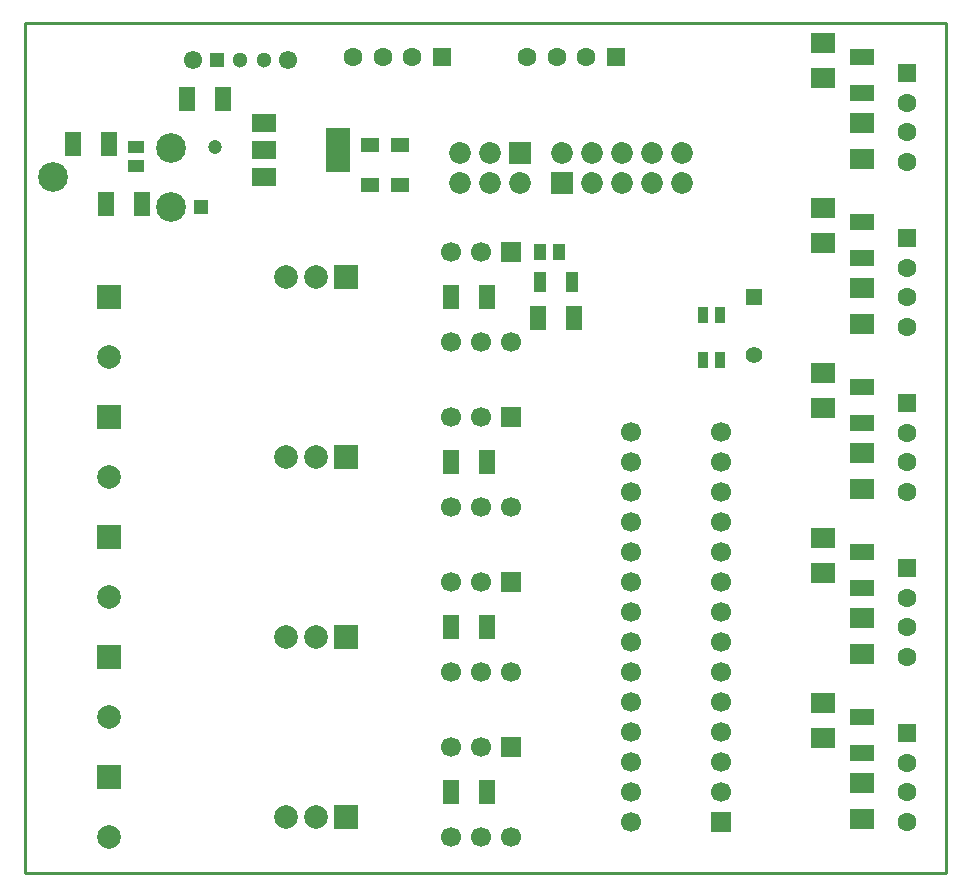
<source format=gbs>
G04*
G04 #@! TF.GenerationSoftware,Altium Limited,Altium Designer,22.5.1 (42)*
G04*
G04 Layer_Color=16711935*
%FSLAX42Y42*%
%MOMM*%
G71*
G04*
G04 #@! TF.SameCoordinates,E9C7B45F-A4FB-49F3-BE10-4E13B05C86B2*
G04*
G04*
G04 #@! TF.FilePolarity,Negative*
G04*
G01*
G75*
%ADD13C,0.25*%
%ADD15R,2.10X1.70*%
%ADD20R,1.00X1.45*%
%ADD22C,1.60*%
%ADD23R,1.60X1.60*%
%ADD24R,2.00X2.00*%
%ADD25C,2.00*%
%ADD26R,1.60X1.60*%
%ADD27R,1.30X1.30*%
%ADD28C,1.30*%
%ADD29C,1.55*%
%ADD30R,2.00X2.00*%
%ADD31C,2.00*%
%ADD32C,2.52*%
%ADD33R,1.20X1.20*%
%ADD34C,1.20*%
%ADD35R,1.70X1.70*%
%ADD36C,1.70*%
%ADD37R,1.70X1.70*%
%ADD38C,1.85*%
%ADD39R,1.85X1.85*%
%ADD40C,1.40*%
%ADD41R,1.40X1.40*%
%ADD61R,0.95X1.35*%
%ADD65R,1.60X1.25*%
%ADD66R,2.00X1.50*%
%ADD67R,2.00X3.80*%
%ADD73R,1.45X2.00*%
%ADD74R,1.05X1.80*%
%ADD75R,1.45X1.00*%
%ADD76R,2.00X1.45*%
D13*
X0Y0D02*
X7800D01*
X0D02*
Y7200D01*
X7800D01*
Y0D02*
Y7200D01*
D15*
X7087Y460D02*
D03*
Y760D02*
D03*
Y1857D02*
D03*
Y2157D02*
D03*
X7087Y3256D02*
D03*
Y3556D02*
D03*
X7087Y6048D02*
D03*
Y6348D02*
D03*
Y4651D02*
D03*
Y4951D02*
D03*
X6759Y7033D02*
D03*
Y6733D02*
D03*
Y5636D02*
D03*
Y5336D02*
D03*
Y4239D02*
D03*
Y3939D02*
D03*
Y2842D02*
D03*
Y2542D02*
D03*
Y1445D02*
D03*
Y1145D02*
D03*
D20*
X4527Y5257D02*
D03*
X4367D02*
D03*
D22*
X7470Y6025D02*
D03*
Y6275D02*
D03*
Y6525D02*
D03*
Y3231D02*
D03*
Y3481D02*
D03*
Y3731D02*
D03*
Y1834D02*
D03*
Y2084D02*
D03*
Y2334D02*
D03*
Y4628D02*
D03*
Y4878D02*
D03*
Y5128D02*
D03*
X4256Y6908D02*
D03*
X4506D02*
D03*
X4756D02*
D03*
X2783D02*
D03*
X3033D02*
D03*
X3283D02*
D03*
X7470Y437D02*
D03*
Y687D02*
D03*
Y937D02*
D03*
D23*
Y6775D02*
D03*
Y3981D02*
D03*
Y2584D02*
D03*
Y5378D02*
D03*
Y1187D02*
D03*
D24*
X2720Y1998D02*
D03*
Y5046D02*
D03*
Y3522D02*
D03*
Y474D02*
D03*
D25*
X2466Y1998D02*
D03*
X2212D02*
D03*
X2466Y5046D02*
D03*
X2212D02*
D03*
X2466Y3522D02*
D03*
X2212D02*
D03*
X2466Y474D02*
D03*
X2212D02*
D03*
D26*
X5006Y6908D02*
D03*
X3533D02*
D03*
D27*
X1628Y6883D02*
D03*
D28*
X1828D02*
D03*
X2028D02*
D03*
D29*
X1428D02*
D03*
X2228D02*
D03*
D30*
X713Y1828D02*
D03*
Y2844D02*
D03*
Y3860D02*
D03*
Y4876D02*
D03*
Y812D02*
D03*
D31*
Y1320D02*
D03*
Y2336D02*
D03*
Y3352D02*
D03*
Y4368D02*
D03*
Y304D02*
D03*
D32*
X237Y5893D02*
D03*
X1237Y6143D02*
D03*
Y5643D02*
D03*
D33*
X1492Y5637D02*
D03*
D34*
X1612Y6147D02*
D03*
D35*
X4117Y1066D02*
D03*
Y2463D02*
D03*
Y3860D02*
D03*
Y5257D02*
D03*
D36*
X3863Y1066D02*
D03*
X3609D02*
D03*
X4117Y304D02*
D03*
X3863D02*
D03*
X3609D02*
D03*
X3863Y2463D02*
D03*
X3609D02*
D03*
X4117Y1701D02*
D03*
X3863D02*
D03*
X3609D02*
D03*
X5895Y685D02*
D03*
Y939D02*
D03*
Y1193D02*
D03*
Y1447D02*
D03*
Y1701D02*
D03*
Y1955D02*
D03*
Y2209D02*
D03*
Y2463D02*
D03*
Y2717D02*
D03*
Y2971D02*
D03*
Y3225D02*
D03*
Y3479D02*
D03*
Y3733D02*
D03*
X5133Y431D02*
D03*
Y685D02*
D03*
Y939D02*
D03*
Y1193D02*
D03*
Y1447D02*
D03*
Y1701D02*
D03*
Y1955D02*
D03*
Y2209D02*
D03*
Y2463D02*
D03*
Y2717D02*
D03*
Y2971D02*
D03*
Y3225D02*
D03*
Y3479D02*
D03*
Y3733D02*
D03*
X3863Y3860D02*
D03*
X3609D02*
D03*
X4117Y3098D02*
D03*
X3863D02*
D03*
X3609D02*
D03*
X3863Y5257D02*
D03*
X3609D02*
D03*
X4117Y4495D02*
D03*
X3863D02*
D03*
X3609D02*
D03*
D37*
X5895Y431D02*
D03*
D38*
X5565Y6095D02*
D03*
X5311D02*
D03*
X5565Y5841D02*
D03*
X5311D02*
D03*
X5057Y6095D02*
D03*
Y5841D02*
D03*
X4549Y6095D02*
D03*
X4803Y5841D02*
D03*
Y6095D02*
D03*
X3685Y5841D02*
D03*
X3939D02*
D03*
X3685Y6095D02*
D03*
X3939D02*
D03*
X4193Y5841D02*
D03*
D39*
X4549D02*
D03*
X4193Y6095D02*
D03*
D40*
X6174Y4388D02*
D03*
D41*
Y4876D02*
D03*
D61*
X5740Y4724D02*
D03*
X5890D02*
D03*
X5742Y4343D02*
D03*
X5892D02*
D03*
D65*
X3177Y6164D02*
D03*
Y5824D02*
D03*
X2923Y6164D02*
D03*
Y5824D02*
D03*
D66*
X2024Y5891D02*
D03*
Y6121D02*
D03*
Y6351D02*
D03*
D67*
X2654Y6121D02*
D03*
D73*
X3609Y2082D02*
D03*
X3914D02*
D03*
X3609Y3479D02*
D03*
X3914D02*
D03*
X1679Y6552D02*
D03*
X1374D02*
D03*
X3609Y685D02*
D03*
X3914D02*
D03*
X3609Y4876D02*
D03*
X3914D02*
D03*
X991Y5664D02*
D03*
X686D02*
D03*
X714Y6171D02*
D03*
X409D02*
D03*
X4346Y4698D02*
D03*
X4651D02*
D03*
D74*
X4631Y5003D02*
D03*
X4365D02*
D03*
D75*
X942Y6150D02*
D03*
Y5990D02*
D03*
D76*
X7089Y5206D02*
D03*
Y5511D02*
D03*
Y3809D02*
D03*
Y4114D02*
D03*
Y2412D02*
D03*
Y2717D02*
D03*
Y1015D02*
D03*
Y1320D02*
D03*
Y6603D02*
D03*
Y6908D02*
D03*
M02*

</source>
